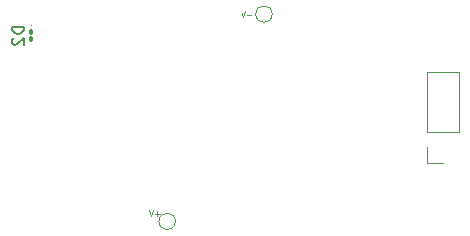
<source format=gbo>
%TF.GenerationSoftware,KiCad,Pcbnew,7.0.2*%
%TF.CreationDate,2023-05-30T15:48:39+02:00*%
%TF.ProjectId,oip_opa818,6f69705f-6f70-4613-9831-382e6b696361,rev?*%
%TF.SameCoordinates,Original*%
%TF.FileFunction,Legend,Bot*%
%TF.FilePolarity,Positive*%
%FSLAX46Y46*%
G04 Gerber Fmt 4.6, Leading zero omitted, Abs format (unit mm)*
G04 Created by KiCad (PCBNEW 7.0.2) date 2023-05-30 15:48:39*
%MOMM*%
%LPD*%
G01*
G04 APERTURE LIST*
G04 Aperture macros list*
%AMRoundRect*
0 Rectangle with rounded corners*
0 $1 Rounding radius*
0 $2 $3 $4 $5 $6 $7 $8 $9 X,Y pos of 4 corners*
0 Add a 4 corners polygon primitive as box body*
4,1,4,$2,$3,$4,$5,$6,$7,$8,$9,$2,$3,0*
0 Add four circle primitives for the rounded corners*
1,1,$1+$1,$2,$3*
1,1,$1+$1,$4,$5*
1,1,$1+$1,$6,$7*
1,1,$1+$1,$8,$9*
0 Add four rect primitives between the rounded corners*
20,1,$1+$1,$2,$3,$4,$5,0*
20,1,$1+$1,$4,$5,$6,$7,0*
20,1,$1+$1,$6,$7,$8,$9,0*
20,1,$1+$1,$8,$9,$2,$3,0*%
G04 Aperture macros list end*
%ADD10C,0.100000*%
%ADD11C,0.150000*%
%ADD12C,0.120000*%
%ADD13RoundRect,0.100000X-0.100000X0.130000X-0.100000X-0.130000X0.100000X-0.130000X0.100000X0.130000X0*%
%ADD14O,1.000000X1.000000*%
%ADD15C,1.240000*%
%ADD16C,1.000000*%
%ADD17R,1.700000X1.700000*%
%ADD18O,1.700000X1.700000*%
G04 APERTURE END LIST*
D10*
X152654761Y-91290833D02*
X152273809Y-91290833D01*
X152107141Y-90981309D02*
X151940475Y-91481309D01*
X151940475Y-91481309D02*
X151773808Y-90981309D01*
X144904761Y-108140833D02*
X144523809Y-108140833D01*
X144714285Y-108331309D02*
X144714285Y-107950357D01*
X144357141Y-107831309D02*
X144190475Y-108331309D01*
X144190475Y-108331309D02*
X144023808Y-107831309D01*
D11*
X133423019Y-92327505D02*
X132423019Y-92327505D01*
X132423019Y-92327505D02*
X132423019Y-92565600D01*
X132423019Y-92565600D02*
X132470638Y-92708457D01*
X132470638Y-92708457D02*
X132565876Y-92803695D01*
X132565876Y-92803695D02*
X132661114Y-92851314D01*
X132661114Y-92851314D02*
X132851590Y-92898933D01*
X132851590Y-92898933D02*
X132994447Y-92898933D01*
X132994447Y-92898933D02*
X133184923Y-92851314D01*
X133184923Y-92851314D02*
X133280161Y-92803695D01*
X133280161Y-92803695D02*
X133375400Y-92708457D01*
X133375400Y-92708457D02*
X133423019Y-92565600D01*
X133423019Y-92565600D02*
X133423019Y-92327505D01*
X132518257Y-93279886D02*
X132470638Y-93327505D01*
X132470638Y-93327505D02*
X132423019Y-93422743D01*
X132423019Y-93422743D02*
X132423019Y-93660838D01*
X132423019Y-93660838D02*
X132470638Y-93756076D01*
X132470638Y-93756076D02*
X132518257Y-93803695D01*
X132518257Y-93803695D02*
X132613495Y-93851314D01*
X132613495Y-93851314D02*
X132708733Y-93851314D01*
X132708733Y-93851314D02*
X132851590Y-93803695D01*
X132851590Y-93803695D02*
X133423019Y-93232267D01*
X133423019Y-93232267D02*
X133423019Y-93851314D01*
D10*
X134060400Y-92205600D02*
G75*
G03*
X134060400Y-92205600I-50000J0D01*
G01*
D12*
X154450000Y-91250000D02*
G75*
G03*
X154450000Y-91250000I-700000J0D01*
G01*
X146250000Y-108800000D02*
G75*
G03*
X146250000Y-108800000I-700000J0D01*
G01*
X167580000Y-96130000D02*
X170240000Y-96130000D01*
X167580000Y-101270000D02*
X167580000Y-96130000D01*
X167580000Y-101270000D02*
X170240000Y-101270000D01*
X167580000Y-102540000D02*
X167580000Y-103870000D01*
X167580000Y-103870000D02*
X168910000Y-103870000D01*
X170240000Y-101270000D02*
X170240000Y-96130000D01*
%LPC*%
D13*
X134010400Y-92745600D03*
X134010400Y-93385600D03*
D14*
X148750000Y-100000000D03*
X150020000Y-101270000D03*
X151290000Y-100000000D03*
D15*
X135280400Y-107950000D03*
X134010400Y-106680000D03*
X134010400Y-109220000D03*
X136550400Y-106680000D03*
X136550400Y-109220000D03*
X150000000Y-92400000D03*
X151270000Y-91130000D03*
X151270000Y-93670000D03*
X148730000Y-91130000D03*
X148730000Y-93670000D03*
D16*
X153750000Y-91250000D03*
X145550000Y-108800000D03*
D17*
X168910000Y-102540000D03*
D18*
X168910000Y-100000000D03*
X168910000Y-97460000D03*
%LPD*%
M02*

</source>
